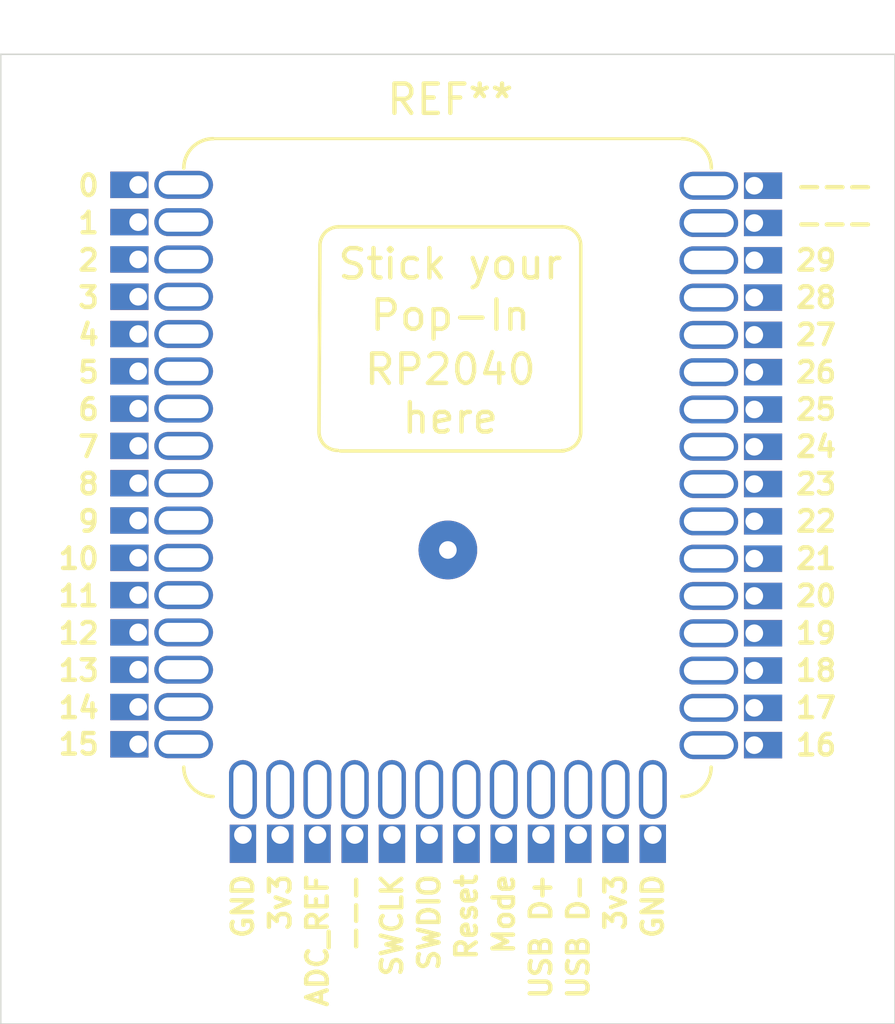
<source format=kicad_pcb>
(kicad_pcb (version 20211014) (generator pcbnew)
  (layers (0 "F.Cu" signal) (31 "B.Cu" signal) (34 "B.Paste" user) (35 "F.Paste" user) (36 "B.SilkS" user "B.Silkscreen") (37 "F.SilkS" user "F.Silkscreen") (38 "B.Mask" user) (39 "F.Mask" user) (44 "Edge.Cuts" user))
  (net 0 "")
  (footprint "Tinker RP2040:NM-RP2040 (FlexyPin)" (layer "F.Cu") (at 147.32 96.52)
    (fp_text reference "REF**" (at 0.084622 -13.701236 unlocked) (layer "F.SilkS"))
    (fp_text value "NM-RP2040 (FlexyPin)")
    (fp_text user "6" (at -11.815378 -3.145824 unlocked) (layer "F.SilkS") (effects (font (size 0.7 0.7)) (justify right)))
    (fp_text user "17" (at 11.784622 7.014176 unlocked) (layer "F.SilkS") (effects (font (size 0.7 0.7)) (justify left)))
    (fp_text user "22" (at 11.784622 0.664176 unlocked) (layer "F.SilkS") (effects (font (size 0.7 0.7)) (justify left)))
    (fp_text user "12" (at -11.815378 4.474176 unlocked) (layer "F.SilkS") (effects (font (size 0.7 0.7)) (justify right)))
    (fp_text user "28" (at 11.784622 -6.955824 unlocked) (layer "F.SilkS") (effects (font (size 0.7 0.7)) (justify left)))
    (fp_text user "SWDIO" (at -0.635 12.603764 90 unlocked) (layer "F.SilkS") (effects (font (size 0.7 0.7)) (justify right)))
    (fp_text user "21" (at 11.784622 1.934176 unlocked) (layer "F.SilkS") (effects (font (size 0.7 0.7)) (justify left)))
    (fp_text user "Reset" (at 0.635 12.603764 90 unlocked) (layer "F.SilkS") (effects (font (size 0.7 0.7)) (justify right)))
    (fp_text user "---" (at -3.175 12.603764 90 unlocked) (layer "F.SilkS") (effects (font (size 0.7 0.7)) (justify right)))
    (fp_text user "26" (at 11.784622 -4.415824 unlocked) (layer "F.SilkS") (effects (font (size 0.7 0.7)) (justify left)))
    (fp_text user "13" (at -11.815378 5.744176 unlocked) (layer "F.SilkS") (effects (font (size 0.7 0.7)) (justify right)))
    (fp_text user "3v3" (at 5.715 12.603764 90 unlocked) (layer "F.SilkS") (effects (font (size 0.7 0.7)) (justify right)))
    (fp_text user "Pop-In" (at 0.084622 -6.35 unlocked) (layer "F.SilkS"))
    (fp_text user "3v3" (at -5.715 12.603764 90 unlocked) (layer "F.SilkS") (effects (font (size 0.7 0.7)) (justify right)))
    (fp_text user "Mode" (at 1.905 12.603764 90 unlocked) (layer "F.SilkS") (effects (font (size 0.7 0.7)) (justify right)))
    (fp_text user "23" (at 11.784622 -0.605824 unlocked) (layer "F.SilkS") (effects (font (size 0.7 0.7)) (justify left)))
    (fp_text user "9" (at -11.815378 0.664176 unlocked) (layer "F.SilkS") (effects (font (size 0.7 0.7)) (justify right)))
    (fp_text user "8" (at -11.815378 -0.605824 unlocked) (layer "F.SilkS") (effects (font (size 0.7 0.7)) (justify right)))
    (fp_text user "ADC_REF" (at -4.445 12.603764 90 unlocked) (layer "F.SilkS") (effects (font (size 0.7 0.7)) (justify right)))
    (fp_text user "5" (at -11.815378 -4.415824 unlocked) (layer "F.SilkS") (effects (font (size 0.7 0.7)) (justify right)))
    (fp_text user "0" (at -11.815378 -10.765824 unlocked) (layer "F.SilkS") (effects (font (size 0.7 0.7)) (justify right)))
    (fp_text user "29" (at 11.784622 -8.225824 unlocked) (layer "F.SilkS") (effects (font (size 0.7 0.7)) (justify left)))
    (fp_text user "1" (at -11.815378 -9.495824 unlocked) (layer "F.SilkS") (effects (font (size 0.7 0.7)) (justify right)))
    (fp_text user "Stick your" (at 0.084622 -8.095955 unlocked) (layer "F.SilkS"))
    (fp_text user "10" (at -11.815378 1.934176 unlocked) (layer "F.SilkS") (effects (font (size 0.7 0.7)) (justify right)))
    (fp_text user "14" (at -11.815378 7.014176 unlocked) (layer "F.SilkS") (effects (font (size 0.7 0.7)) (justify right)))
    (fp_text user "18" (at 11.784622 5.744176 unlocked) (layer "F.SilkS") (effects (font (size 0.7 0.7)) (justify left)))
    (fp_text user "USB D+" (at 3.175 12.603764 90 unlocked) (layer "F.SilkS") (effects (font (size 0.7 0.7)) (justify right)))
    (fp_text user "11" (at -11.815378 3.204176 unlocked) (layer "F.SilkS") (effects (font (size 0.7 0.7)) (justify right)))
    (fp_text user "27" (at 11.784622 -5.685824 unlocked) (layer "F.SilkS") (effects (font (size 0.7 0.7)) (justify left)))
    (fp_text user "---" (at 11.784622 -9.495824 unlocked) (layer "F.SilkS") (effects (font (size 0.7 0.7)) (justify left)))
    (fp_text user "USB D-" (at 4.445 12.603764 90 unlocked) (layer "F.SilkS") (effects (font (size 0.7 0.7)) (justify right)))
    (fp_text user "---" (at 11.784622 -10.765824 unlocked) (layer "F.SilkS") (effects (font (size 0.7 0.7)) (justify left)))
    (fp_text user "19" (at 11.784622 4.474176 unlocked) (layer "F.SilkS") (effects (font (size 0.7 0.7)) (justify left)))
    (fp_text user "3" (at -11.815378 -6.955824 unlocked) (layer "F.SilkS") (effects (font (size 0.7 0.7)) (justify right)))
    (fp_text user "RP2040" (at 0.084622 -4.506957 unlocked) (layer "F.SilkS"))
    (fp_text user "SWCLK" (at -1.905 12.603764 90 unlocked) (layer "F.SilkS") (effects (font (size 0.7 0.7)) (justify right)))
    (fp_text user "15" (at -11.815378 8.255 unlocked) (layer "F.SilkS") (effects (font (size 0.7 0.7)) (justify right)))
    (fp_text user "20" (at 11.784622 3.204176 unlocked) (layer "F.SilkS") (effects (font (size 0.7 0.7)) (justify left)))
    (fp_text user "GND" (at 6.985 12.603764 90 unlocked) (layer "F.SilkS") (effects (font (size 0.7 0.7)) (justify right)))
    (fp_text user "24" (at 11.784622 -1.875824 unlocked) (layer "F.SilkS") (effects (font (size 0.7 0.7)) (justify left)))
    (fp_text user "GND" (at -6.985 12.603764 90 unlocked) (layer "F.SilkS") (effects (font (size 0.7 0.7)) (justify right)))
    (fp_text user "25" (at 11.784622 -3.145824 unlocked) (layer "F.SilkS") (effects (font (size 0.7 0.7)) (justify left)))
    (fp_text user "2" (at -11.815378 -8.225824 unlocked) (layer "F.SilkS") (effects (font (size 0.7 0.7)) (justify right)))
    (fp_text user "16" (at 11.784622 8.284176 unlocked) (layer "F.SilkS") (effects (font (size 0.7 0.7)) (justify left)))
    (fp_text user "7" (at -11.815378 -1.875824 unlocked) (layer "F.SilkS") (effects (font (size 0.7 0.7)) (justify right)))
    (fp_text user "4" (at -11.815378 -5.685824 unlocked) (layer "F.SilkS") (effects (font (size 0.7 0.7)) (justify right)))
    (fp_text user "here" (at 0.084622 -2.850289 unlocked) (layer "F.SilkS"))
    (fp_line (start 3.953206 -1.732036) (end -3.666794 -1.732037) (layer "F.SilkS") (width 0.12))
    (fp_line (start -7.999533 -12.366236) (end 7.980013 -12.366236) (layer "F.SilkS") (width 0.1))
    (fp_line (start 4.529622 -8.730954) (end 4.529622 -2.380951) (layer "F.SilkS") (width 0.12))
    (fp_line (start -3.725378 -9.365956) (end 3.894622 -9.365955) (layer "F.SilkS") (width 0.12))
    (fp_line (start -4.360378 -8.730955) (end -4.391536 -2.388134) (layer "F.SilkS") (width 0.12))
    (fp_arc (start -4.360378 -8.730955) (mid -4.174391 -9.179968) (end -3.725378 -9.365955) (layer "F.SilkS") (width 0.12))
    (fp_arc (start -8.001016 10.033764) (mid -8.708123 9.740871) (end -9.001016 9.033764) (layer "F.SilkS") (width 0.12))
    (fp_arc (start 3.894622 -9.365954) (mid 4.343644 -9.179975) (end 4.529622 -8.730954) (layer "F.SilkS") (width 0.12))
    (fp_arc (start 8.974622 9.033764) (mid 8.681722 9.740863) (end 7.974622 10.033764) (layer "F.SilkS") (width 0.12))
    (fp_arc (start -3.756536 -1.753134) (mid -4.205549 -1.939121) (end -4.391536 -2.388134) (layer "F.SilkS") (width 0.12))
    (fp_arc (start 7.980013 -12.366236) (mid 8.687124 -12.07334) (end 8.980013 -11.366236) (layer "F.SilkS") (width 0.12))
    (fp_arc (start 4.529622 -2.380951) (mid 4.343632 -1.93194) (end 3.894622 -1.745951) (layer "F.SilkS") (width 0.12))
    (fp_arc (start -8.999533 -11.366236) (mid -8.70664 -12.073343) (end -7.999533 -12.366236) (layer "F.SilkS") (width 0.12))
    (pad "1" thru_hole oval (at -9.005378 -10.795) (size 2 0.95) (drill oval 1.7 0.65) (layers *.Cu *.Mask))
    (pad "1" thru_hole rect (at -10.555378 -10.795) (size 1.3 0.9) (drill 0.6 (offset -0.3 0)) (layers *.Cu *.Mask))
    (pad "2" thru_hole oval (at -9.005378 -9.525) (size 2 0.95) (drill oval 1.7 0.65) (layers *.Cu *.Mask))
    (pad "2" thru_hole rect (at -10.555378 -9.525) (size 1.3 0.9) (drill 0.6 (offset -0.3 0)) (layers *.Cu *.Mask))
    (pad "3" thru_hole oval (at -9.005378 -8.255) (size 2 0.95) (drill oval 1.7 0.65) (layers *.Cu *.Mask))
    (pad "3" thru_hole rect (at -10.555378 -8.255) (size 1.3 0.9) (drill 0.6 (offset -0.3 0)) (layers *.Cu *.Mask))
    (pad "4" thru_hole oval (at -9.005378 -6.985) (size 2 0.95) (drill oval 1.7 0.65) (layers *.Cu *.Mask))
    (pad "4" thru_hole rect (at -10.555378 -6.985) (size 1.3 0.9) (drill 0.6 (offset -0.3 0)) (layers *.Cu *.Mask))
    (pad "5" thru_hole oval (at -9.005378 -5.715) (size 2 0.95) (drill oval 1.7 0.65) (layers *.Cu *.Mask))
    (pad "5" thru_hole rect (at -10.555378 -5.715) (size 1.3 0.9) (drill 0.6 (offset -0.3 0)) (layers *.Cu *.Mask))
    (pad "6" thru_hole rect (at -10.555378 -4.445) (size 1.3 0.9) (drill 0.6 (offset -0.3 0)) (layers *.Cu *.Mask))
    (pad "6" thru_hole oval (at -9.005378 -4.445) (size 2 0.95) (drill oval 1.7 0.65) (layers *.Cu *.Mask))
    (pad "7" thru_hole rect (at -10.555378 -3.175) (size 1.3 0.9) (drill 0.6 (offset -0.3 0)) (layers *.Cu *.Mask))
    (pad "7" thru_hole oval (at -9.005378 -3.175) (size 2 0.95) (drill oval 1.7 0.65) (layers *.Cu *.Mask))
    (pad "8" thru_hole rect (at -10.555378 -1.905) (size 1.3 0.9) (drill 0.6 (offset -0.3 0)) (layers *.Cu *.Mask))
    (pad "8" thru_hole oval (at -9.005378 -1.905) (size 2 0.95) (drill oval 1.7 0.65) (layers *.Cu *.Mask))
    (pad "9" thru_hole rect (at -10.555378 -0.635) (size 1.3 0.9) (drill 0.6 (offset -0.3 0)) (layers *.Cu *.Mask))
    (pad "9" thru_hole oval (at -9.005378 -0.635) (size 2 0.95) (drill oval 1.7 0.65) (layers *.Cu *.Mask))
    (pad "10" thru_hole oval (at -9.005378 0.635) (size 2 0.95) (drill oval 1.7 0.65) (layers *.Cu *.Mask))
    (pad "10" thru_hole rect (at -10.555378 0.635) (size 1.3 0.9) (drill 0.6 (offset -0.3 0)) (layers *.Cu *.Mask))
    (pad "11" thru_hole oval (at -9.005378 1.905) (size 2 0.95) (drill oval 1.7 0.65) (layers *.Cu *.Mask))
    (pad "11" thru_hole rect (at -10.555378 1.905) (size 1.3 0.9) (drill 0.6 (offset -0.3 0)) (layers *.Cu *.Mask))
    (pad "12" thru_hole oval (at -9.005378 3.175) (size 2 0.95) (drill oval 1.7 0.65) (layers *.Cu *.Mask))
    (pad "12" thru_hole rect (at -10.555378 3.175) (size 1.3 0.9) (drill 0.6 (offset -0.3 0)) (layers *.Cu *.Mask))
    (pad "13" thru_hole oval (at -9.005378 4.445) (size 2 0.95) (drill oval 1.7 0.65) (layers *.Cu *.Mask))
    (pad "13" thru_hole rect (at -10.555378 4.445) (size 1.3 0.9) (drill 0.6 (offset -0.3 0)) (layers *.Cu *.Mask))
    (pad "14" thru_hole rect (at -10.555378 5.715) (size 1.3 0.9) (drill 0.6 (offset -0.3 0)) (layers *.Cu *.Mask))
    (pad "14" thru_hole oval (at -9.005378 5.715) (size 2 0.95) (drill oval 1.7 0.65) (layers *.Cu *.Mask))
    (pad "15" thru_hole oval (at -9.005378 6.985) (size 2 0.95) (drill oval 1.7 0.65) (layers *.Cu *.Mask))
    (pad "15" thru_hole rect (at -10.555378 6.985) (size 1.3 0.9) (drill 0.6 (offset -0.3 0)) (layers *.Cu *.Mask))
    (pad "16" thru_hole oval (at -9.005378 8.255) (size 2 0.95) (drill oval 1.7 0.65) (layers *.Cu *.Mask))
    (pad "16" thru_hole rect (at -10.555378 8.255) (size 1.3 0.9) (drill 0.6 (offset -0.3 0)) (layers *.Cu *.Mask))
    (pad "17" thru_hole oval (at -6.985 9.793764 90) (size 2 0.95) (drill oval 1.7 0.65) (layers *.Cu *.Mask))
    (pad "17" thru_hole rect (at -6.985 11.343764 90) (size 1.3 0.9) (drill 0.6 (offset -0.3 0)) (layers *.Cu *.Mask))
    (pad "18" thru_hole rect (at -5.715 11.343764 90) (size 1.3 0.9) (drill 0.6 (offset -0.3 0)) (layers *.Cu *.Mask))
    (pad "18" thru_hole oval (at -5.715 9.793764 90) (size 2 0.95) (drill oval 1.7 0.65) (layers *.Cu *.Mask))
    (pad "19" thru_hole oval (at -4.445 9.793764 90) (size 2 0.95) (drill oval 1.7 0.65) (layers *.Cu *.Mask))
    (pad "19" thru_hole rect (at -4.445 11.343764 90) (size 1.3 0.9) (drill 0.6 (offset -0.3 0)) (layers *.Cu *.Mask))
    (pad "20" thru_hole oval (at -3.175 9.793764 90) (size 2 0.95) (drill oval 1.7 0.65) (layers *.Cu *.Mask))
    (pad "20" thru_hole rect (at -3.175 11.343764 90) (size 1.3 0.9) (drill 0.6 (offset -0.3 0)) (layers *.Cu *.Mask))
    (pad "21" thru_hole rect (at -1.905 11.343764 90) (size 1.3 0.9) (drill 0.6 (offset -0.3 0)) (layers *.Cu *.Mask))
    (pad "21" thru_hole oval (at -1.905 9.793764 90) (size 2 0.95) (drill oval 1.7 0.65) (layers *.Cu *.Mask))
    (pad "22" thru_hole rect (at -0.635 11.343764 90) (size 1.3 0.9) (drill 0.6 (offset -0.3 0)) (layers *.Cu *.Mask))
    (pad "22" thru_hole oval (at -0.635 9.793764 90) (size 2 0.95) (drill oval 1.7 0.65) (layers *.Cu *.Mask))
    (pad "23" thru_hole oval (at 0.635 9.793764 90) (size 2 0.95) (drill oval 1.7 0.65) (layers *.Cu *.Mask))
    (pad "23" thru_hole rect (at 0.635 11.343764 90) (size 1.3 0.9) (drill 0.6 (offset -0.3 0)) (layers *.Cu *.Mask))
    (pad "24" thru_hole rect (at 1.905 11.343764 90) (size 1.3 0.9) (drill 0.6 (offset -0.3 0)) (layers *.Cu *.Mask))
    (pad "24" thru_hole oval (at 1.905 9.793764 90) (size 2 0.95) (drill oval 1.7 0.65) (layers *.Cu *.Mask))
    (pad "25" thru_hole rect (at 3.175 11.343764 90) (size 1.3 0.9) (drill 0.6 (offset -0.3 0)) (layers *.Cu *.Mask))
    (pad "25" thru_hole oval (at 3.175 9.793764 90) (size 2 0.95) (drill oval 1.7 0.65) (layers *.Cu *.Mask))
    (pad "26" thru_hole rect (at 4.445 11.343764 90) (size 1.3 0.9) (drill 0.6 (offset -0.3 0)) (layers *.Cu *.Mask))
    (pad "26" thru_hole oval (at 4.445 9.793764 90) (size 2 0.95) (drill oval 1.7 0.65) (layers *.Cu *.Mask))
    (pad "27" thru_hole rect (at 5.715 11.343764 90) (size 1.3 0.9) (drill 0.6 (offset -0.3 0)) (layers *.Cu *.Mask))
    (pad "27" thru_hole oval (at 5.715 9.793764 90) (size 2 0.95) (drill oval 1.7 0.65) (layers *.Cu *.Mask))
    (pad "28" thru_hole rect (at 6.985 11.343764 90) (size 1.3 0.9) (drill 0.6 (offset -0.3 0)) (layers *.Cu *.Mask))
    (pad "28" thru_hole oval (at 6.985 9.793764 90) (size 2 0.95) (drill oval 1.7 0.65) (layers *.Cu *.Mask))
    (pad "29" thru_hole rect (at 10.444622 8.284176) (size 1.3 0.9) (drill 0.6 (offset 0.3 0)) (layers *.Cu *.Mask))
    (pad "29" thru_hole oval (at 8.894622 8.284176) (size 2 0.95) (drill oval 1.7 0.65) (layers *.Cu *.Mask))
    (pad "30" thru_hole rect (at 10.444622 7.014176) (size 1.3 0.9) (drill 0.6 (offset 0.3 0)) (layers *.Cu *.Mask))
    (pad "30" thru_hole oval (at 8.894622 7.014176) (size 2 0.95) (drill oval 1.7 0.65) (layers *.Cu *.Mask))
    (pad "31" thru_hole oval (at 8.894622 5.744176) (size 2 0.95) (drill oval 1.7 0.65) (layers *.Cu *.Mask))
    (pad "31" thru_hole rect (at 10.444622 5.744176) (size 1.3 0.9) (drill 0.6 (offset 0.3 0)) (layers *.Cu *.Mask))
    (pad "32" thru_hole oval (at 8.894622 4.474176) (size 2 0.95) (drill oval 1.7 0.65) (layers *.Cu *.Mask))
    (pad "32" thru_hole rect (at 10.444622 4.474176) (size 1.3 0.9) (drill 0.6 (offset 0.3 0)) (layers *.Cu *.Mask))
    (pad "33" thru_hole rect (at 10.444622 3.204176) (size 1.3 0.9) (drill 0.6 (offset 0.3 0)) (layers *.Cu *.Mask))
    (pad "33" thru_hole oval (at 8.894622 3.204176) (size 2 0.95) (drill oval 1.7 0.65) (layers *.Cu *.Mask))
    (pad "34" thru_hole oval (at 8.894622 1.934176) (size 2 0.95) (drill oval 1.7 0.65) (layers *.Cu *.Mask))
    (pad "34" thru_hole rect (at 10.444622 1.934176) (size 1.3 0.9) (drill 0.6 (offset 0.3 0)) (layers *.Cu *.Mask))
    (pad "35" thru_hole rect (at 10.444622 0.664176) (size 1.3 0.9) (drill 0.6 (offset 0.3 0)) (layers *.Cu *.Mask))
    (pad "35" thru_hole oval (at 8.894622 0.664176) (size 2 0.95) (drill oval 1.7 0.65) (layers *.Cu *.Mask))
    (pad "36" thru_hole oval (at 8.894622 -0.605824) (size 2 0.95) (drill oval 1.7 0.65) (layers *.Cu *.Mask))
    (pad "36" thru_hole rect (at 10.444622 -0.605824) (size 1.3 0.9) (drill 0.6 (offset 0.3 0)) (layers *.Cu *.Mask))
    (pad "37" thru_hole oval (at 8.894622 -1.875824) (size 2 0.95) (drill oval 1.7 0.65) (layers *.Cu *.Mask))
    (pad "37" thru_hole rect (at 10.444622 -1.875824) (size 1.3 0.9) (drill 0.6 (offset 0.3 0)) (layers *.Cu *.Mask))
    (pad "38" thru_hole rect (at 10.444622 -3.145824) (size 1.3 0.9) (drill 0.6 (offset 0.3 0)) (layers *.Cu *.Mask))
    (pad "38" thru_hole oval (at 8.894622 -3.145824) (size 2 0.95) (drill oval 1.7 0.65) (layers *.Cu *.Mask))
    (pad "39" thru_hole circle (at 0.104718 -4.285955) (size 0.4 0.4) (drill 0.3) (layers *.Cu) (remove_unused_layers))
    (pad "39" thru_hole rect (at 10.444622 -4.415824) (size 1.3 0.9) (drill 0.6 (offset 0.3 0)) (layers *.Cu *.Mask))
    (pad "39" thru_hole oval (at 8.894622 -4.415824) (size 2 0.95) (drill oval 1.7 0.65) (layers *.Cu *.Mask))
    (pad "40" thru_hole oval (at 8.894622 -5.685824) (size 2 0.95) (drill oval 1.7 0.65) (layers *.Cu *.Mask))
    (pad "40" thru_hole rect (at 10.444622 -5.685824) (size 1.3 0.9) (drill 0.6 (offset 0.3 0)) (layers *.Cu *.Mask))
    (pad "41" thru_hole rect (at 10.444622 -6.955824) (size 1.3 0.9) (drill 0.6 (offset 0.3 0)) (layers *.Cu *.Mask))
    (pad "41" thru_hole oval (at 8.894622 -6.955824) (size 2 0.95) (drill oval 1.7 0.65) (layers *.Cu *.Mask))
    (pad "42" thru_hole oval (at 8.894622 -8.225824) (size 2 0.95) (drill oval 1.7 0.65) (layers *.Cu *.Mask))
    (pad "42" thru_hole rect (at 10.444622 -8.225824) (size 1.3 0.9) (drill 0.6 (offset 0.3 0)) (layers *.Cu *.Mask))
    (pad "43" thru_hole rect (at 10.444622 -9.495824) (size 1.3 0.9) (drill 0.6 (offset 0.3 0)) (layers *.Cu *.Mask))
    (pad "43" thru_hole oval (at 8.894622 -9.495824) (size 2 0.95) (drill oval 1.7 0.65) (layers *.Cu *.Mask))
    (pad "44" thru_hole oval (at 8.894622 -10.765824) (size 2 0.95) (drill oval 1.7 0.65) (layers *.Cu *.Mask))
    (pad "44" thru_hole rect (at 10.444622 -10.765824) (size 1.3 0.9) (drill 0.6 (offset 0.3 0)) (layers *.Cu *.Mask))
    (pad "45" thru_hole circle (at 0 1.638835 90) (size 2 2) (drill 0.6) (layers *.Cu *.Mask))
  )
  (gr_line (start 132.08 114.3) (end 132.08 81.28) (layer "Edge.Cuts") (width 0.05))
  (gr_line (start 162.56 114.3) (end 132.08 114.3) (layer "Edge.Cuts") (width 0.05))
  (gr_line (start 162.56 81.28) (end 162.56 114.3) (layer "Edge.Cuts") (width 0.05))
  (gr_line (start 132.08 81.28) (end 162.56 81.28) (layer "Edge.Cuts") (width 0.05))
)
</source>
